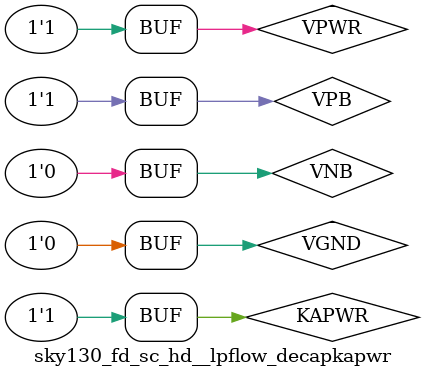
<source format=v>
/*
 * Copyright 2020 The SkyWater PDK Authors
 *
 * Licensed under the Apache License, Version 2.0 (the "License");
 * you may not use this file except in compliance with the License.
 * You may obtain a copy of the License at
 *
 *     https://www.apache.org/licenses/LICENSE-2.0
 *
 * Unless required by applicable law or agreed to in writing, software
 * distributed under the License is distributed on an "AS IS" BASIS,
 * WITHOUT WARRANTIES OR CONDITIONS OF ANY KIND, either express or implied.
 * See the License for the specific language governing permissions and
 * limitations under the License.
 *
 * SPDX-License-Identifier: Apache-2.0
*/


`ifndef SKY130_FD_SC_HD__LPFLOW_DECAPKAPWR_BEHAVIORAL_V
`define SKY130_FD_SC_HD__LPFLOW_DECAPKAPWR_BEHAVIORAL_V

/**
 * lpflow_decapkapwr: Decoupling capacitance filler on keep-alive
 *                    rail.
 *
 * Verilog simulation functional model.
 */

`timescale 1ns / 1ps
`default_nettype none

`celldefine
module sky130_fd_sc_hd__lpflow_decapkapwr ();

    // Module supplies
    supply1 VPWR ;
    supply1 KAPWR;
    supply0 VGND ;
    supply1 VPB  ;
    supply0 VNB  ;
     // No contents.
endmodule
`endcelldefine

`default_nettype wire
`endif  // SKY130_FD_SC_HD__LPFLOW_DECAPKAPWR_BEHAVIORAL_V
</source>
